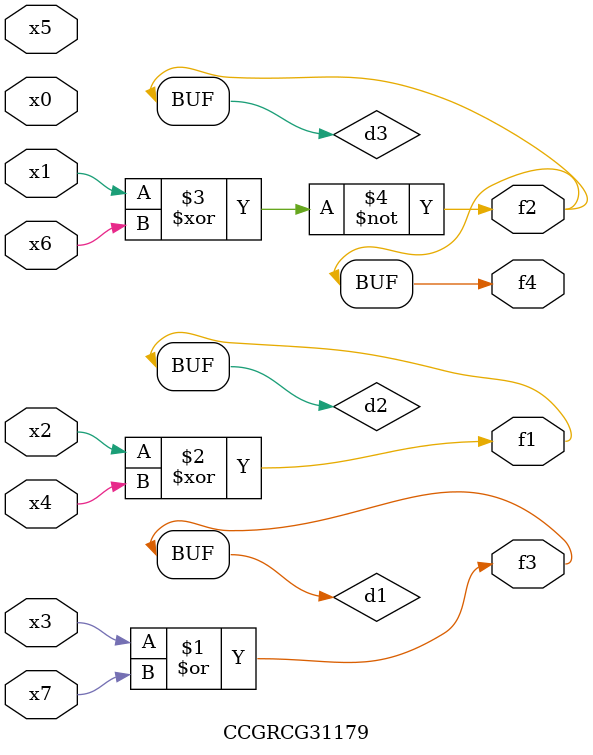
<source format=v>
module CCGRCG31179(
	input x0, x1, x2, x3, x4, x5, x6, x7,
	output f1, f2, f3, f4
);

	wire d1, d2, d3;

	or (d1, x3, x7);
	xor (d2, x2, x4);
	xnor (d3, x1, x6);
	assign f1 = d2;
	assign f2 = d3;
	assign f3 = d1;
	assign f4 = d3;
endmodule

</source>
